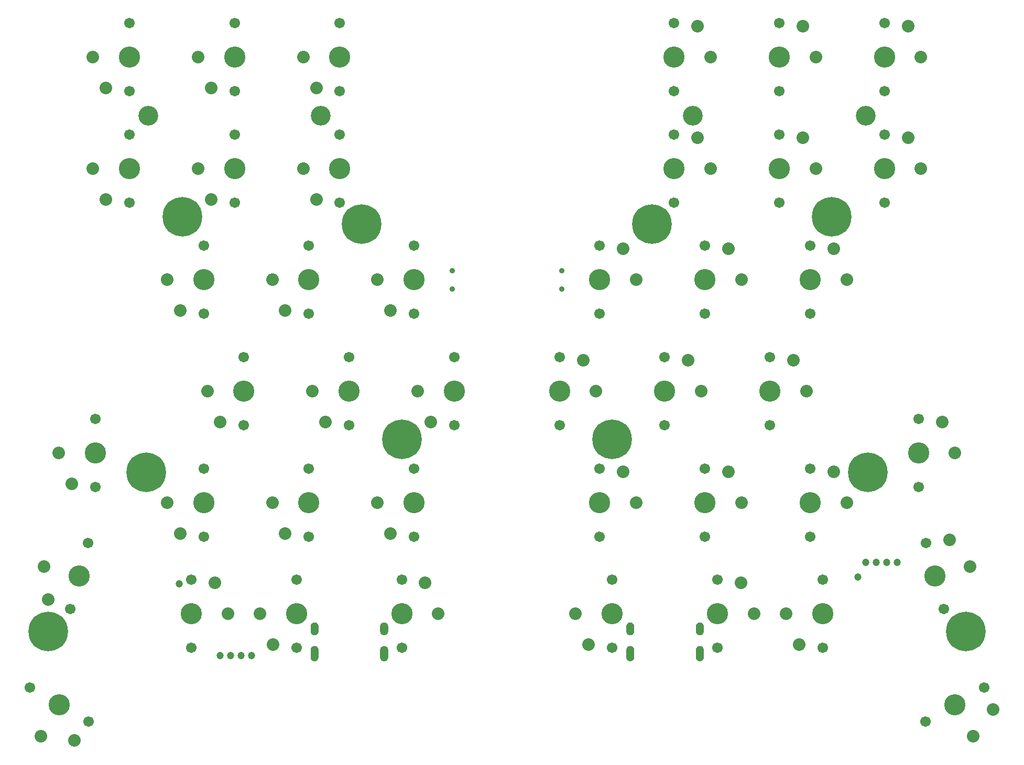
<source format=gbs>
G04 #@! TF.GenerationSoftware,KiCad,Pcbnew,(6.0.4-0)*
G04 #@! TF.CreationDate,2023-01-29T19:06:18-06:00*
G04 #@! TF.ProjectId,main,6d61696e-2e6b-4696-9361-645f70636258,0.2*
G04 #@! TF.SameCoordinates,Original*
G04 #@! TF.FileFunction,Soldermask,Bot*
G04 #@! TF.FilePolarity,Negative*
%FSLAX46Y46*%
G04 Gerber Fmt 4.6, Leading zero omitted, Abs format (unit mm)*
G04 Created by KiCad (PCBNEW (6.0.4-0)) date 2023-01-29 19:06:18*
%MOMM*%
%LPD*%
G01*
G04 APERTURE LIST*
%ADD10C,0.010000*%
%ADD11C,1.200000*%
%ADD12C,0.900000*%
%ADD13C,3.200000*%
%ADD14C,6.400000*%
%ADD15C,0.800000*%
%ADD16C,1.701800*%
%ADD17C,3.429000*%
%ADD18C,2.032000*%
G04 APERTURE END LIST*
G36*
X200845500Y-144865500D02*
G01*
X200907500Y-144875500D01*
X200967500Y-144891500D01*
X201026500Y-144914500D01*
X201082500Y-144942500D01*
X201135500Y-144977500D01*
X201183500Y-145016500D01*
X201228500Y-145061500D01*
X201267500Y-145109500D01*
X201302500Y-145162500D01*
X201330500Y-145218500D01*
X201353500Y-145277500D01*
X201369500Y-145337500D01*
X201379500Y-145399500D01*
X201382500Y-145462500D01*
X201382500Y-146662500D01*
X201379500Y-146725500D01*
X201369500Y-146787500D01*
X201353500Y-146847500D01*
X201330500Y-146906500D01*
X201302500Y-146962500D01*
X201267500Y-147015500D01*
X201228500Y-147063500D01*
X201183500Y-147108500D01*
X201135500Y-147147500D01*
X201082500Y-147182500D01*
X201026500Y-147210500D01*
X200967500Y-147233500D01*
X200907500Y-147249500D01*
X200845500Y-147259500D01*
X200782500Y-147262500D01*
X200719500Y-147259500D01*
X200657500Y-147249500D01*
X200597500Y-147233500D01*
X200538500Y-147210500D01*
X200482500Y-147182500D01*
X200429500Y-147147500D01*
X200381500Y-147108500D01*
X200336500Y-147063500D01*
X200297500Y-147015500D01*
X200262500Y-146962500D01*
X200234500Y-146906500D01*
X200211500Y-146847500D01*
X200195500Y-146787500D01*
X200185500Y-146725500D01*
X200182500Y-146662500D01*
X200182500Y-145462500D01*
X200185500Y-145399500D01*
X200195500Y-145337500D01*
X200211500Y-145277500D01*
X200234500Y-145218500D01*
X200262500Y-145162500D01*
X200297500Y-145109500D01*
X200336500Y-145061500D01*
X200381500Y-145016500D01*
X200429500Y-144977500D01*
X200482500Y-144942500D01*
X200538500Y-144914500D01*
X200597500Y-144891500D01*
X200657500Y-144875500D01*
X200719500Y-144865500D01*
X200782500Y-144862500D01*
X200845500Y-144865500D01*
G37*
D10*
X200845500Y-144865500D02*
X200907500Y-144875500D01*
X200967500Y-144891500D01*
X201026500Y-144914500D01*
X201082500Y-144942500D01*
X201135500Y-144977500D01*
X201183500Y-145016500D01*
X201228500Y-145061500D01*
X201267500Y-145109500D01*
X201302500Y-145162500D01*
X201330500Y-145218500D01*
X201353500Y-145277500D01*
X201369500Y-145337500D01*
X201379500Y-145399500D01*
X201382500Y-145462500D01*
X201382500Y-146662500D01*
X201379500Y-146725500D01*
X201369500Y-146787500D01*
X201353500Y-146847500D01*
X201330500Y-146906500D01*
X201302500Y-146962500D01*
X201267500Y-147015500D01*
X201228500Y-147063500D01*
X201183500Y-147108500D01*
X201135500Y-147147500D01*
X201082500Y-147182500D01*
X201026500Y-147210500D01*
X200967500Y-147233500D01*
X200907500Y-147249500D01*
X200845500Y-147259500D01*
X200782500Y-147262500D01*
X200719500Y-147259500D01*
X200657500Y-147249500D01*
X200597500Y-147233500D01*
X200538500Y-147210500D01*
X200482500Y-147182500D01*
X200429500Y-147147500D01*
X200381500Y-147108500D01*
X200336500Y-147063500D01*
X200297500Y-147015500D01*
X200262500Y-146962500D01*
X200234500Y-146906500D01*
X200211500Y-146847500D01*
X200195500Y-146787500D01*
X200185500Y-146725500D01*
X200182500Y-146662500D01*
X200182500Y-145462500D01*
X200185500Y-145399500D01*
X200195500Y-145337500D01*
X200211500Y-145277500D01*
X200234500Y-145218500D01*
X200262500Y-145162500D01*
X200297500Y-145109500D01*
X200336500Y-145061500D01*
X200381500Y-145016500D01*
X200429500Y-144977500D01*
X200482500Y-144942500D01*
X200538500Y-144914500D01*
X200597500Y-144891500D01*
X200657500Y-144875500D01*
X200719500Y-144865500D01*
X200782500Y-144862500D01*
X200845500Y-144865500D01*
G36*
X200845500Y-141065500D02*
G01*
X200907500Y-141075500D01*
X200967500Y-141091500D01*
X201026500Y-141114500D01*
X201082500Y-141142500D01*
X201135500Y-141177500D01*
X201183500Y-141216500D01*
X201228500Y-141261500D01*
X201267500Y-141309500D01*
X201302500Y-141362500D01*
X201330500Y-141418500D01*
X201353500Y-141477500D01*
X201369500Y-141537500D01*
X201379500Y-141599500D01*
X201382500Y-141662500D01*
X201382500Y-142462500D01*
X201379500Y-142525500D01*
X201369500Y-142587500D01*
X201353500Y-142647500D01*
X201330500Y-142706500D01*
X201302500Y-142762500D01*
X201267500Y-142815500D01*
X201228500Y-142863500D01*
X201183500Y-142908500D01*
X201135500Y-142947500D01*
X201082500Y-142982500D01*
X201026500Y-143010500D01*
X200967500Y-143033500D01*
X200907500Y-143049500D01*
X200845500Y-143059500D01*
X200782500Y-143062500D01*
X200719500Y-143059500D01*
X200657500Y-143049500D01*
X200597500Y-143033500D01*
X200538500Y-143010500D01*
X200482500Y-142982500D01*
X200429500Y-142947500D01*
X200381500Y-142908500D01*
X200336500Y-142863500D01*
X200297500Y-142815500D01*
X200262500Y-142762500D01*
X200234500Y-142706500D01*
X200211500Y-142647500D01*
X200195500Y-142587500D01*
X200185500Y-142525500D01*
X200182500Y-142462500D01*
X200182500Y-141662500D01*
X200185500Y-141599500D01*
X200195500Y-141537500D01*
X200211500Y-141477500D01*
X200234500Y-141418500D01*
X200262500Y-141362500D01*
X200297500Y-141309500D01*
X200336500Y-141261500D01*
X200381500Y-141216500D01*
X200429500Y-141177500D01*
X200482500Y-141142500D01*
X200538500Y-141114500D01*
X200597500Y-141091500D01*
X200657500Y-141075500D01*
X200719500Y-141065500D01*
X200782500Y-141062500D01*
X200845500Y-141065500D01*
G37*
X200845500Y-141065500D02*
X200907500Y-141075500D01*
X200967500Y-141091500D01*
X201026500Y-141114500D01*
X201082500Y-141142500D01*
X201135500Y-141177500D01*
X201183500Y-141216500D01*
X201228500Y-141261500D01*
X201267500Y-141309500D01*
X201302500Y-141362500D01*
X201330500Y-141418500D01*
X201353500Y-141477500D01*
X201369500Y-141537500D01*
X201379500Y-141599500D01*
X201382500Y-141662500D01*
X201382500Y-142462500D01*
X201379500Y-142525500D01*
X201369500Y-142587500D01*
X201353500Y-142647500D01*
X201330500Y-142706500D01*
X201302500Y-142762500D01*
X201267500Y-142815500D01*
X201228500Y-142863500D01*
X201183500Y-142908500D01*
X201135500Y-142947500D01*
X201082500Y-142982500D01*
X201026500Y-143010500D01*
X200967500Y-143033500D01*
X200907500Y-143049500D01*
X200845500Y-143059500D01*
X200782500Y-143062500D01*
X200719500Y-143059500D01*
X200657500Y-143049500D01*
X200597500Y-143033500D01*
X200538500Y-143010500D01*
X200482500Y-142982500D01*
X200429500Y-142947500D01*
X200381500Y-142908500D01*
X200336500Y-142863500D01*
X200297500Y-142815500D01*
X200262500Y-142762500D01*
X200234500Y-142706500D01*
X200211500Y-142647500D01*
X200195500Y-142587500D01*
X200185500Y-142525500D01*
X200182500Y-142462500D01*
X200182500Y-141662500D01*
X200185500Y-141599500D01*
X200195500Y-141537500D01*
X200211500Y-141477500D01*
X200234500Y-141418500D01*
X200262500Y-141362500D01*
X200297500Y-141309500D01*
X200336500Y-141261500D01*
X200381500Y-141216500D01*
X200429500Y-141177500D01*
X200482500Y-141142500D01*
X200538500Y-141114500D01*
X200597500Y-141091500D01*
X200657500Y-141075500D01*
X200719500Y-141065500D01*
X200782500Y-141062500D01*
X200845500Y-141065500D01*
G36*
X189605500Y-141065500D02*
G01*
X189667500Y-141075500D01*
X189727500Y-141091500D01*
X189786500Y-141114500D01*
X189842500Y-141142500D01*
X189895500Y-141177500D01*
X189943500Y-141216500D01*
X189988500Y-141261500D01*
X190027500Y-141309500D01*
X190062500Y-141362500D01*
X190090500Y-141418500D01*
X190113500Y-141477500D01*
X190129500Y-141537500D01*
X190139500Y-141599500D01*
X190142500Y-141662500D01*
X190142500Y-142462500D01*
X190139500Y-142525500D01*
X190129500Y-142587500D01*
X190113500Y-142647500D01*
X190090500Y-142706500D01*
X190062500Y-142762500D01*
X190027500Y-142815500D01*
X189988500Y-142863500D01*
X189943500Y-142908500D01*
X189895500Y-142947500D01*
X189842500Y-142982500D01*
X189786500Y-143010500D01*
X189727500Y-143033500D01*
X189667500Y-143049500D01*
X189605500Y-143059500D01*
X189542500Y-143062500D01*
X189479500Y-143059500D01*
X189417500Y-143049500D01*
X189357500Y-143033500D01*
X189298500Y-143010500D01*
X189242500Y-142982500D01*
X189189500Y-142947500D01*
X189141500Y-142908500D01*
X189096500Y-142863500D01*
X189057500Y-142815500D01*
X189022500Y-142762500D01*
X188994500Y-142706500D01*
X188971500Y-142647500D01*
X188955500Y-142587500D01*
X188945500Y-142525500D01*
X188942500Y-142462500D01*
X188942500Y-141662500D01*
X188945500Y-141599500D01*
X188955500Y-141537500D01*
X188971500Y-141477500D01*
X188994500Y-141418500D01*
X189022500Y-141362500D01*
X189057500Y-141309500D01*
X189096500Y-141261500D01*
X189141500Y-141216500D01*
X189189500Y-141177500D01*
X189242500Y-141142500D01*
X189298500Y-141114500D01*
X189357500Y-141091500D01*
X189417500Y-141075500D01*
X189479500Y-141065500D01*
X189542500Y-141062500D01*
X189605500Y-141065500D01*
G37*
X189605500Y-141065500D02*
X189667500Y-141075500D01*
X189727500Y-141091500D01*
X189786500Y-141114500D01*
X189842500Y-141142500D01*
X189895500Y-141177500D01*
X189943500Y-141216500D01*
X189988500Y-141261500D01*
X190027500Y-141309500D01*
X190062500Y-141362500D01*
X190090500Y-141418500D01*
X190113500Y-141477500D01*
X190129500Y-141537500D01*
X190139500Y-141599500D01*
X190142500Y-141662500D01*
X190142500Y-142462500D01*
X190139500Y-142525500D01*
X190129500Y-142587500D01*
X190113500Y-142647500D01*
X190090500Y-142706500D01*
X190062500Y-142762500D01*
X190027500Y-142815500D01*
X189988500Y-142863500D01*
X189943500Y-142908500D01*
X189895500Y-142947500D01*
X189842500Y-142982500D01*
X189786500Y-143010500D01*
X189727500Y-143033500D01*
X189667500Y-143049500D01*
X189605500Y-143059500D01*
X189542500Y-143062500D01*
X189479500Y-143059500D01*
X189417500Y-143049500D01*
X189357500Y-143033500D01*
X189298500Y-143010500D01*
X189242500Y-142982500D01*
X189189500Y-142947500D01*
X189141500Y-142908500D01*
X189096500Y-142863500D01*
X189057500Y-142815500D01*
X189022500Y-142762500D01*
X188994500Y-142706500D01*
X188971500Y-142647500D01*
X188955500Y-142587500D01*
X188945500Y-142525500D01*
X188942500Y-142462500D01*
X188942500Y-141662500D01*
X188945500Y-141599500D01*
X188955500Y-141537500D01*
X188971500Y-141477500D01*
X188994500Y-141418500D01*
X189022500Y-141362500D01*
X189057500Y-141309500D01*
X189096500Y-141261500D01*
X189141500Y-141216500D01*
X189189500Y-141177500D01*
X189242500Y-141142500D01*
X189298500Y-141114500D01*
X189357500Y-141091500D01*
X189417500Y-141075500D01*
X189479500Y-141065500D01*
X189542500Y-141062500D01*
X189605500Y-141065500D01*
G36*
X189605500Y-144865500D02*
G01*
X189667500Y-144875500D01*
X189727500Y-144891500D01*
X189786500Y-144914500D01*
X189842500Y-144942500D01*
X189895500Y-144977500D01*
X189943500Y-145016500D01*
X189988500Y-145061500D01*
X190027500Y-145109500D01*
X190062500Y-145162500D01*
X190090500Y-145218500D01*
X190113500Y-145277500D01*
X190129500Y-145337500D01*
X190139500Y-145399500D01*
X190142500Y-145462500D01*
X190142500Y-146662500D01*
X190139500Y-146725500D01*
X190129500Y-146787500D01*
X190113500Y-146847500D01*
X190090500Y-146906500D01*
X190062500Y-146962500D01*
X190027500Y-147015500D01*
X189988500Y-147063500D01*
X189943500Y-147108500D01*
X189895500Y-147147500D01*
X189842500Y-147182500D01*
X189786500Y-147210500D01*
X189727500Y-147233500D01*
X189667500Y-147249500D01*
X189605500Y-147259500D01*
X189542500Y-147262500D01*
X189479500Y-147259500D01*
X189417500Y-147249500D01*
X189357500Y-147233500D01*
X189298500Y-147210500D01*
X189242500Y-147182500D01*
X189189500Y-147147500D01*
X189141500Y-147108500D01*
X189096500Y-147063500D01*
X189057500Y-147015500D01*
X189022500Y-146962500D01*
X188994500Y-146906500D01*
X188971500Y-146847500D01*
X188955500Y-146787500D01*
X188945500Y-146725500D01*
X188942500Y-146662500D01*
X188942500Y-145462500D01*
X188945500Y-145399500D01*
X188955500Y-145337500D01*
X188971500Y-145277500D01*
X188994500Y-145218500D01*
X189022500Y-145162500D01*
X189057500Y-145109500D01*
X189096500Y-145061500D01*
X189141500Y-145016500D01*
X189189500Y-144977500D01*
X189242500Y-144942500D01*
X189298500Y-144914500D01*
X189357500Y-144891500D01*
X189417500Y-144875500D01*
X189479500Y-144865500D01*
X189542500Y-144862500D01*
X189605500Y-144865500D01*
G37*
X189605500Y-144865500D02*
X189667500Y-144875500D01*
X189727500Y-144891500D01*
X189786500Y-144914500D01*
X189842500Y-144942500D01*
X189895500Y-144977500D01*
X189943500Y-145016500D01*
X189988500Y-145061500D01*
X190027500Y-145109500D01*
X190062500Y-145162500D01*
X190090500Y-145218500D01*
X190113500Y-145277500D01*
X190129500Y-145337500D01*
X190139500Y-145399500D01*
X190142500Y-145462500D01*
X190142500Y-146662500D01*
X190139500Y-146725500D01*
X190129500Y-146787500D01*
X190113500Y-146847500D01*
X190090500Y-146906500D01*
X190062500Y-146962500D01*
X190027500Y-147015500D01*
X189988500Y-147063500D01*
X189943500Y-147108500D01*
X189895500Y-147147500D01*
X189842500Y-147182500D01*
X189786500Y-147210500D01*
X189727500Y-147233500D01*
X189667500Y-147249500D01*
X189605500Y-147259500D01*
X189542500Y-147262500D01*
X189479500Y-147259500D01*
X189417500Y-147249500D01*
X189357500Y-147233500D01*
X189298500Y-147210500D01*
X189242500Y-147182500D01*
X189189500Y-147147500D01*
X189141500Y-147108500D01*
X189096500Y-147063500D01*
X189057500Y-147015500D01*
X189022500Y-146962500D01*
X188994500Y-146906500D01*
X188971500Y-146847500D01*
X188955500Y-146787500D01*
X188945500Y-146725500D01*
X188942500Y-146662500D01*
X188942500Y-145462500D01*
X188945500Y-145399500D01*
X188955500Y-145337500D01*
X188971500Y-145277500D01*
X188994500Y-145218500D01*
X189022500Y-145162500D01*
X189057500Y-145109500D01*
X189096500Y-145061500D01*
X189141500Y-145016500D01*
X189189500Y-144977500D01*
X189242500Y-144942500D01*
X189298500Y-144914500D01*
X189357500Y-144891500D01*
X189417500Y-144875500D01*
X189479500Y-144865500D01*
X189542500Y-144862500D01*
X189605500Y-144865500D01*
G36*
X149845500Y-141065500D02*
G01*
X149907500Y-141075500D01*
X149967500Y-141091500D01*
X150026500Y-141114500D01*
X150082500Y-141142500D01*
X150135500Y-141177500D01*
X150183500Y-141216500D01*
X150228500Y-141261500D01*
X150267500Y-141309500D01*
X150302500Y-141362500D01*
X150330500Y-141418500D01*
X150353500Y-141477500D01*
X150369500Y-141537500D01*
X150379500Y-141599500D01*
X150382500Y-141662500D01*
X150382500Y-142462500D01*
X150379500Y-142525500D01*
X150369500Y-142587500D01*
X150353500Y-142647500D01*
X150330500Y-142706500D01*
X150302500Y-142762500D01*
X150267500Y-142815500D01*
X150228500Y-142863500D01*
X150183500Y-142908500D01*
X150135500Y-142947500D01*
X150082500Y-142982500D01*
X150026500Y-143010500D01*
X149967500Y-143033500D01*
X149907500Y-143049500D01*
X149845500Y-143059500D01*
X149782500Y-143062500D01*
X149719500Y-143059500D01*
X149657500Y-143049500D01*
X149597500Y-143033500D01*
X149538500Y-143010500D01*
X149482500Y-142982500D01*
X149429500Y-142947500D01*
X149381500Y-142908500D01*
X149336500Y-142863500D01*
X149297500Y-142815500D01*
X149262500Y-142762500D01*
X149234500Y-142706500D01*
X149211500Y-142647500D01*
X149195500Y-142587500D01*
X149185500Y-142525500D01*
X149182500Y-142462500D01*
X149182500Y-141662500D01*
X149185500Y-141599500D01*
X149195500Y-141537500D01*
X149211500Y-141477500D01*
X149234500Y-141418500D01*
X149262500Y-141362500D01*
X149297500Y-141309500D01*
X149336500Y-141261500D01*
X149381500Y-141216500D01*
X149429500Y-141177500D01*
X149482500Y-141142500D01*
X149538500Y-141114500D01*
X149597500Y-141091500D01*
X149657500Y-141075500D01*
X149719500Y-141065500D01*
X149782500Y-141062500D01*
X149845500Y-141065500D01*
G37*
X149845500Y-141065500D02*
X149907500Y-141075500D01*
X149967500Y-141091500D01*
X150026500Y-141114500D01*
X150082500Y-141142500D01*
X150135500Y-141177500D01*
X150183500Y-141216500D01*
X150228500Y-141261500D01*
X150267500Y-141309500D01*
X150302500Y-141362500D01*
X150330500Y-141418500D01*
X150353500Y-141477500D01*
X150369500Y-141537500D01*
X150379500Y-141599500D01*
X150382500Y-141662500D01*
X150382500Y-142462500D01*
X150379500Y-142525500D01*
X150369500Y-142587500D01*
X150353500Y-142647500D01*
X150330500Y-142706500D01*
X150302500Y-142762500D01*
X150267500Y-142815500D01*
X150228500Y-142863500D01*
X150183500Y-142908500D01*
X150135500Y-142947500D01*
X150082500Y-142982500D01*
X150026500Y-143010500D01*
X149967500Y-143033500D01*
X149907500Y-143049500D01*
X149845500Y-143059500D01*
X149782500Y-143062500D01*
X149719500Y-143059500D01*
X149657500Y-143049500D01*
X149597500Y-143033500D01*
X149538500Y-143010500D01*
X149482500Y-142982500D01*
X149429500Y-142947500D01*
X149381500Y-142908500D01*
X149336500Y-142863500D01*
X149297500Y-142815500D01*
X149262500Y-142762500D01*
X149234500Y-142706500D01*
X149211500Y-142647500D01*
X149195500Y-142587500D01*
X149185500Y-142525500D01*
X149182500Y-142462500D01*
X149182500Y-141662500D01*
X149185500Y-141599500D01*
X149195500Y-141537500D01*
X149211500Y-141477500D01*
X149234500Y-141418500D01*
X149262500Y-141362500D01*
X149297500Y-141309500D01*
X149336500Y-141261500D01*
X149381500Y-141216500D01*
X149429500Y-141177500D01*
X149482500Y-141142500D01*
X149538500Y-141114500D01*
X149597500Y-141091500D01*
X149657500Y-141075500D01*
X149719500Y-141065500D01*
X149782500Y-141062500D01*
X149845500Y-141065500D01*
G36*
X138605500Y-144865500D02*
G01*
X138667500Y-144875500D01*
X138727500Y-144891500D01*
X138786500Y-144914500D01*
X138842500Y-144942500D01*
X138895500Y-144977500D01*
X138943500Y-145016500D01*
X138988500Y-145061500D01*
X139027500Y-145109500D01*
X139062500Y-145162500D01*
X139090500Y-145218500D01*
X139113500Y-145277500D01*
X139129500Y-145337500D01*
X139139500Y-145399500D01*
X139142500Y-145462500D01*
X139142500Y-146662500D01*
X139139500Y-146725500D01*
X139129500Y-146787500D01*
X139113500Y-146847500D01*
X139090500Y-146906500D01*
X139062500Y-146962500D01*
X139027500Y-147015500D01*
X138988500Y-147063500D01*
X138943500Y-147108500D01*
X138895500Y-147147500D01*
X138842500Y-147182500D01*
X138786500Y-147210500D01*
X138727500Y-147233500D01*
X138667500Y-147249500D01*
X138605500Y-147259500D01*
X138542500Y-147262500D01*
X138479500Y-147259500D01*
X138417500Y-147249500D01*
X138357500Y-147233500D01*
X138298500Y-147210500D01*
X138242500Y-147182500D01*
X138189500Y-147147500D01*
X138141500Y-147108500D01*
X138096500Y-147063500D01*
X138057500Y-147015500D01*
X138022500Y-146962500D01*
X137994500Y-146906500D01*
X137971500Y-146847500D01*
X137955500Y-146787500D01*
X137945500Y-146725500D01*
X137942500Y-146662500D01*
X137942500Y-145462500D01*
X137945500Y-145399500D01*
X137955500Y-145337500D01*
X137971500Y-145277500D01*
X137994500Y-145218500D01*
X138022500Y-145162500D01*
X138057500Y-145109500D01*
X138096500Y-145061500D01*
X138141500Y-145016500D01*
X138189500Y-144977500D01*
X138242500Y-144942500D01*
X138298500Y-144914500D01*
X138357500Y-144891500D01*
X138417500Y-144875500D01*
X138479500Y-144865500D01*
X138542500Y-144862500D01*
X138605500Y-144865500D01*
G37*
X138605500Y-144865500D02*
X138667500Y-144875500D01*
X138727500Y-144891500D01*
X138786500Y-144914500D01*
X138842500Y-144942500D01*
X138895500Y-144977500D01*
X138943500Y-145016500D01*
X138988500Y-145061500D01*
X139027500Y-145109500D01*
X139062500Y-145162500D01*
X139090500Y-145218500D01*
X139113500Y-145277500D01*
X139129500Y-145337500D01*
X139139500Y-145399500D01*
X139142500Y-145462500D01*
X139142500Y-146662500D01*
X139139500Y-146725500D01*
X139129500Y-146787500D01*
X139113500Y-146847500D01*
X139090500Y-146906500D01*
X139062500Y-146962500D01*
X139027500Y-147015500D01*
X138988500Y-147063500D01*
X138943500Y-147108500D01*
X138895500Y-147147500D01*
X138842500Y-147182500D01*
X138786500Y-147210500D01*
X138727500Y-147233500D01*
X138667500Y-147249500D01*
X138605500Y-147259500D01*
X138542500Y-147262500D01*
X138479500Y-147259500D01*
X138417500Y-147249500D01*
X138357500Y-147233500D01*
X138298500Y-147210500D01*
X138242500Y-147182500D01*
X138189500Y-147147500D01*
X138141500Y-147108500D01*
X138096500Y-147063500D01*
X138057500Y-147015500D01*
X138022500Y-146962500D01*
X137994500Y-146906500D01*
X137971500Y-146847500D01*
X137955500Y-146787500D01*
X137945500Y-146725500D01*
X137942500Y-146662500D01*
X137942500Y-145462500D01*
X137945500Y-145399500D01*
X137955500Y-145337500D01*
X137971500Y-145277500D01*
X137994500Y-145218500D01*
X138022500Y-145162500D01*
X138057500Y-145109500D01*
X138096500Y-145061500D01*
X138141500Y-145016500D01*
X138189500Y-144977500D01*
X138242500Y-144942500D01*
X138298500Y-144914500D01*
X138357500Y-144891500D01*
X138417500Y-144875500D01*
X138479500Y-144865500D01*
X138542500Y-144862500D01*
X138605500Y-144865500D01*
G36*
X138605500Y-141065500D02*
G01*
X138667500Y-141075500D01*
X138727500Y-141091500D01*
X138786500Y-141114500D01*
X138842500Y-141142500D01*
X138895500Y-141177500D01*
X138943500Y-141216500D01*
X138988500Y-141261500D01*
X139027500Y-141309500D01*
X139062500Y-141362500D01*
X139090500Y-141418500D01*
X139113500Y-141477500D01*
X139129500Y-141537500D01*
X139139500Y-141599500D01*
X139142500Y-141662500D01*
X139142500Y-142462500D01*
X139139500Y-142525500D01*
X139129500Y-142587500D01*
X139113500Y-142647500D01*
X139090500Y-142706500D01*
X139062500Y-142762500D01*
X139027500Y-142815500D01*
X138988500Y-142863500D01*
X138943500Y-142908500D01*
X138895500Y-142947500D01*
X138842500Y-142982500D01*
X138786500Y-143010500D01*
X138727500Y-143033500D01*
X138667500Y-143049500D01*
X138605500Y-143059500D01*
X138542500Y-143062500D01*
X138479500Y-143059500D01*
X138417500Y-143049500D01*
X138357500Y-143033500D01*
X138298500Y-143010500D01*
X138242500Y-142982500D01*
X138189500Y-142947500D01*
X138141500Y-142908500D01*
X138096500Y-142863500D01*
X138057500Y-142815500D01*
X138022500Y-142762500D01*
X137994500Y-142706500D01*
X137971500Y-142647500D01*
X137955500Y-142587500D01*
X137945500Y-142525500D01*
X137942500Y-142462500D01*
X137942500Y-141662500D01*
X137945500Y-141599500D01*
X137955500Y-141537500D01*
X137971500Y-141477500D01*
X137994500Y-141418500D01*
X138022500Y-141362500D01*
X138057500Y-141309500D01*
X138096500Y-141261500D01*
X138141500Y-141216500D01*
X138189500Y-141177500D01*
X138242500Y-141142500D01*
X138298500Y-141114500D01*
X138357500Y-141091500D01*
X138417500Y-141075500D01*
X138479500Y-141065500D01*
X138542500Y-141062500D01*
X138605500Y-141065500D01*
G37*
X138605500Y-141065500D02*
X138667500Y-141075500D01*
X138727500Y-141091500D01*
X138786500Y-141114500D01*
X138842500Y-141142500D01*
X138895500Y-141177500D01*
X138943500Y-141216500D01*
X138988500Y-141261500D01*
X139027500Y-141309500D01*
X139062500Y-141362500D01*
X139090500Y-141418500D01*
X139113500Y-141477500D01*
X139129500Y-141537500D01*
X139139500Y-141599500D01*
X139142500Y-141662500D01*
X139142500Y-142462500D01*
X139139500Y-142525500D01*
X139129500Y-142587500D01*
X139113500Y-142647500D01*
X139090500Y-142706500D01*
X139062500Y-142762500D01*
X139027500Y-142815500D01*
X138988500Y-142863500D01*
X138943500Y-142908500D01*
X138895500Y-142947500D01*
X138842500Y-142982500D01*
X138786500Y-143010500D01*
X138727500Y-143033500D01*
X138667500Y-143049500D01*
X138605500Y-143059500D01*
X138542500Y-143062500D01*
X138479500Y-143059500D01*
X138417500Y-143049500D01*
X138357500Y-143033500D01*
X138298500Y-143010500D01*
X138242500Y-142982500D01*
X138189500Y-142947500D01*
X138141500Y-142908500D01*
X138096500Y-142863500D01*
X138057500Y-142815500D01*
X138022500Y-142762500D01*
X137994500Y-142706500D01*
X137971500Y-142647500D01*
X137955500Y-142587500D01*
X137945500Y-142525500D01*
X137942500Y-142462500D01*
X137942500Y-141662500D01*
X137945500Y-141599500D01*
X137955500Y-141537500D01*
X137971500Y-141477500D01*
X137994500Y-141418500D01*
X138022500Y-141362500D01*
X138057500Y-141309500D01*
X138096500Y-141261500D01*
X138141500Y-141216500D01*
X138189500Y-141177500D01*
X138242500Y-141142500D01*
X138298500Y-141114500D01*
X138357500Y-141091500D01*
X138417500Y-141075500D01*
X138479500Y-141065500D01*
X138542500Y-141062500D01*
X138605500Y-141065500D01*
G36*
X149845500Y-144865500D02*
G01*
X149907500Y-144875500D01*
X149967500Y-144891500D01*
X150026500Y-144914500D01*
X150082500Y-144942500D01*
X150135500Y-144977500D01*
X150183500Y-145016500D01*
X150228500Y-145061500D01*
X150267500Y-145109500D01*
X150302500Y-145162500D01*
X150330500Y-145218500D01*
X150353500Y-145277500D01*
X150369500Y-145337500D01*
X150379500Y-145399500D01*
X150382500Y-145462500D01*
X150382500Y-146662500D01*
X150379500Y-146725500D01*
X150369500Y-146787500D01*
X150353500Y-146847500D01*
X150330500Y-146906500D01*
X150302500Y-146962500D01*
X150267500Y-147015500D01*
X150228500Y-147063500D01*
X150183500Y-147108500D01*
X150135500Y-147147500D01*
X150082500Y-147182500D01*
X150026500Y-147210500D01*
X149967500Y-147233500D01*
X149907500Y-147249500D01*
X149845500Y-147259500D01*
X149782500Y-147262500D01*
X149719500Y-147259500D01*
X149657500Y-147249500D01*
X149597500Y-147233500D01*
X149538500Y-147210500D01*
X149482500Y-147182500D01*
X149429500Y-147147500D01*
X149381500Y-147108500D01*
X149336500Y-147063500D01*
X149297500Y-147015500D01*
X149262500Y-146962500D01*
X149234500Y-146906500D01*
X149211500Y-146847500D01*
X149195500Y-146787500D01*
X149185500Y-146725500D01*
X149182500Y-146662500D01*
X149182500Y-145462500D01*
X149185500Y-145399500D01*
X149195500Y-145337500D01*
X149211500Y-145277500D01*
X149234500Y-145218500D01*
X149262500Y-145162500D01*
X149297500Y-145109500D01*
X149336500Y-145061500D01*
X149381500Y-145016500D01*
X149429500Y-144977500D01*
X149482500Y-144942500D01*
X149538500Y-144914500D01*
X149597500Y-144891500D01*
X149657500Y-144875500D01*
X149719500Y-144865500D01*
X149782500Y-144862500D01*
X149845500Y-144865500D01*
G37*
X149845500Y-144865500D02*
X149907500Y-144875500D01*
X149967500Y-144891500D01*
X150026500Y-144914500D01*
X150082500Y-144942500D01*
X150135500Y-144977500D01*
X150183500Y-145016500D01*
X150228500Y-145061500D01*
X150267500Y-145109500D01*
X150302500Y-145162500D01*
X150330500Y-145218500D01*
X150353500Y-145277500D01*
X150369500Y-145337500D01*
X150379500Y-145399500D01*
X150382500Y-145462500D01*
X150382500Y-146662500D01*
X150379500Y-146725500D01*
X150369500Y-146787500D01*
X150353500Y-146847500D01*
X150330500Y-146906500D01*
X150302500Y-146962500D01*
X150267500Y-147015500D01*
X150228500Y-147063500D01*
X150183500Y-147108500D01*
X150135500Y-147147500D01*
X150082500Y-147182500D01*
X150026500Y-147210500D01*
X149967500Y-147233500D01*
X149907500Y-147249500D01*
X149845500Y-147259500D01*
X149782500Y-147262500D01*
X149719500Y-147259500D01*
X149657500Y-147249500D01*
X149597500Y-147233500D01*
X149538500Y-147210500D01*
X149482500Y-147182500D01*
X149429500Y-147147500D01*
X149381500Y-147108500D01*
X149336500Y-147063500D01*
X149297500Y-147015500D01*
X149262500Y-146962500D01*
X149234500Y-146906500D01*
X149211500Y-146847500D01*
X149195500Y-146787500D01*
X149185500Y-146725500D01*
X149182500Y-146662500D01*
X149182500Y-145462500D01*
X149185500Y-145399500D01*
X149195500Y-145337500D01*
X149211500Y-145277500D01*
X149234500Y-145218500D01*
X149262500Y-145162500D01*
X149297500Y-145109500D01*
X149336500Y-145061500D01*
X149381500Y-145016500D01*
X149429500Y-144977500D01*
X149482500Y-144942500D01*
X149538500Y-144914500D01*
X149597500Y-144891500D01*
X149657500Y-144875500D01*
X149719500Y-144865500D01*
X149782500Y-144862500D01*
X149845500Y-144865500D01*
D11*
X226400000Y-133700000D03*
X116700000Y-134850000D03*
X232712500Y-131387500D03*
X227612500Y-131387500D03*
D12*
X178514500Y-84162500D03*
X178514500Y-87162500D03*
D13*
X139612500Y-59162500D03*
D11*
X123345187Y-146407266D03*
D12*
X160812500Y-84162500D03*
X160812500Y-87162500D03*
D13*
X111712500Y-59162500D03*
D14*
X111362500Y-116762500D03*
D15*
X113059556Y-115065444D03*
X111362500Y-119162500D03*
X109665444Y-118459556D03*
X109665444Y-115065444D03*
X113762500Y-116762500D03*
X111362500Y-114362500D03*
X113059556Y-118459556D03*
X108962500Y-116762500D03*
D11*
X231012500Y-131387500D03*
D15*
X150965444Y-109715444D03*
X150262500Y-111412500D03*
D14*
X152662500Y-111412500D03*
D15*
X150965444Y-113109556D03*
X152662500Y-113812500D03*
X155062500Y-111412500D03*
X154359556Y-109715444D03*
X154359556Y-113109556D03*
X152662500Y-109012500D03*
X144515444Y-74965444D03*
X147909556Y-78359556D03*
X146212500Y-74262500D03*
X143812500Y-76662500D03*
X144515444Y-78359556D03*
D14*
X146212500Y-76662500D03*
D15*
X147909556Y-74965444D03*
X148612500Y-76662500D03*
X146212500Y-79062500D03*
D11*
X125045187Y-146407266D03*
X229312500Y-131387500D03*
X126745187Y-146407266D03*
D15*
X97912500Y-142562500D03*
X95512500Y-140162500D03*
X95512500Y-144962500D03*
X93815444Y-144259556D03*
X97209556Y-144259556D03*
D14*
X95512500Y-142562500D03*
D15*
X93112500Y-142562500D03*
X93815444Y-140865444D03*
X97209556Y-140865444D03*
D11*
X128445187Y-146407266D03*
D15*
X119595187Y-75507266D03*
X117195187Y-73107266D03*
X117195187Y-77907266D03*
D14*
X117195187Y-75507266D03*
D15*
X115498131Y-73810210D03*
X118892243Y-77204322D03*
X115498131Y-77204322D03*
X118892243Y-73810210D03*
X114795187Y-75507266D03*
D16*
X161162500Y-109162500D03*
X161162500Y-98162500D03*
D17*
X161162500Y-103662500D03*
D16*
X201662500Y-116162500D03*
D17*
X201662500Y-121662500D03*
D16*
X201662500Y-127162500D03*
D18*
X205462500Y-116662500D03*
X207562500Y-121662500D03*
X207562500Y-121662500D03*
D13*
X199712500Y-59162500D03*
D16*
X154662500Y-116162500D03*
X154662500Y-127162500D03*
D17*
X154662500Y-121662500D03*
D16*
X101966005Y-128229908D03*
D17*
X100542500Y-133542500D03*
D16*
X99118995Y-138855092D03*
D18*
X95577887Y-137388617D03*
X94843538Y-132015468D03*
X94843538Y-132015468D03*
D16*
X230662500Y-73162500D03*
X230662500Y-62162500D03*
D17*
X230662500Y-67662500D03*
X184662500Y-121662500D03*
D16*
X184662500Y-116162500D03*
X184662500Y-127162500D03*
D18*
X188462500Y-116662500D03*
X190562500Y-121662500D03*
X190562500Y-121662500D03*
D16*
X196662500Y-55162500D03*
X196662500Y-44162500D03*
D17*
X196662500Y-49662500D03*
D16*
X195162500Y-109162500D03*
X195162500Y-98162500D03*
D17*
X195162500Y-103662500D03*
D18*
X198962500Y-98662500D03*
X201062500Y-103662500D03*
X201062500Y-103662500D03*
D17*
X142662500Y-67662500D03*
D16*
X142662500Y-73162500D03*
X142662500Y-62162500D03*
D18*
X138862500Y-72662500D03*
X136762500Y-67662500D03*
X136762500Y-67662500D03*
D17*
X184662500Y-121662500D03*
D16*
X184662500Y-127162500D03*
X184662500Y-116162500D03*
X108662500Y-62162500D03*
X108662500Y-73162500D03*
D17*
X108662500Y-67662500D03*
D16*
X220662500Y-134162500D03*
D17*
X220662500Y-139662500D03*
D16*
X220662500Y-145162500D03*
X236162500Y-119162500D03*
D17*
X236162500Y-113662500D03*
D16*
X236162500Y-108162500D03*
X218662500Y-127162500D03*
D17*
X218662500Y-121662500D03*
D16*
X218662500Y-116162500D03*
D18*
X222462500Y-116662500D03*
X224562500Y-121662500D03*
X224562500Y-121662500D03*
D15*
X189062500Y-111412500D03*
X186662500Y-109012500D03*
X184965444Y-109715444D03*
X186662500Y-113812500D03*
D14*
X186662500Y-111412500D03*
D15*
X188359556Y-109715444D03*
X184965444Y-113109556D03*
X184262500Y-111412500D03*
X188359556Y-113109556D03*
D16*
X203662500Y-145162500D03*
X203662500Y-134162500D03*
D17*
X203662500Y-139662500D03*
D18*
X207462500Y-134662500D03*
X209562500Y-139662500D03*
X209562500Y-139662500D03*
D17*
X230662500Y-67662500D03*
D16*
X230662500Y-62162500D03*
X230662500Y-73162500D03*
D18*
X234462500Y-62662500D03*
X236562500Y-67662500D03*
X236562500Y-67662500D03*
D16*
X201662500Y-80162500D03*
X201662500Y-91162500D03*
D17*
X201662500Y-85662500D03*
D18*
X205462500Y-80662500D03*
X207562500Y-85662500D03*
X207562500Y-85662500D03*
D17*
X152662500Y-139662500D03*
D16*
X152662500Y-134162500D03*
X152662500Y-145162500D03*
D17*
X108662500Y-67662500D03*
D16*
X108662500Y-62162500D03*
X108662500Y-73162500D03*
D18*
X104862500Y-72662500D03*
X102762500Y-67662500D03*
X102762500Y-67662500D03*
D16*
X92553589Y-151611284D03*
X102079869Y-157111284D03*
D17*
X97316729Y-154361284D03*
D16*
X154662500Y-127162500D03*
D17*
X154662500Y-121662500D03*
D16*
X154662500Y-116162500D03*
D18*
X150862500Y-126662500D03*
X148762500Y-121662500D03*
X148762500Y-121662500D03*
D16*
X142662500Y-62162500D03*
X142662500Y-73162500D03*
D17*
X142662500Y-67662500D03*
D16*
X237245131Y-157111284D03*
X246771411Y-151611284D03*
D17*
X242008271Y-154361284D03*
D16*
X201662500Y-91162500D03*
X201662500Y-80162500D03*
D17*
X201662500Y-85662500D03*
D16*
X203662500Y-134162500D03*
X203662500Y-145162500D03*
D17*
X203662500Y-139662500D03*
D16*
X161162500Y-98162500D03*
D17*
X161162500Y-103662500D03*
D16*
X161162500Y-109162500D03*
D18*
X157362500Y-108662500D03*
X155262500Y-103662500D03*
X155262500Y-103662500D03*
D16*
X230662500Y-44162500D03*
D17*
X230662500Y-49662500D03*
D16*
X230662500Y-55162500D03*
D18*
X234462500Y-44662500D03*
X236562500Y-49662500D03*
X236562500Y-49662500D03*
D17*
X236162500Y-113662500D03*
D16*
X236162500Y-119162500D03*
X236162500Y-108162500D03*
D18*
X239962500Y-108662500D03*
X242062500Y-113662500D03*
X242062500Y-113662500D03*
D16*
X135662500Y-134162500D03*
X135662500Y-145162500D03*
D17*
X135662500Y-139662500D03*
D18*
X131862500Y-144662500D03*
X129762500Y-139662500D03*
X129762500Y-139662500D03*
D17*
X125662500Y-49662500D03*
D16*
X125662500Y-44162500D03*
X125662500Y-55162500D03*
D18*
X121862500Y-54662500D03*
X119762500Y-49662500D03*
X119762500Y-49662500D03*
D16*
X103162500Y-119162500D03*
X103162500Y-108162500D03*
D17*
X103162500Y-113662500D03*
D16*
X118662500Y-145162500D03*
D17*
X118662500Y-139662500D03*
D16*
X118662500Y-134162500D03*
D18*
X122462500Y-134662500D03*
X124562500Y-139662500D03*
X124562500Y-139662500D03*
D16*
X125662500Y-73162500D03*
X125662500Y-62162500D03*
D17*
X125662500Y-67662500D03*
D18*
X121862500Y-72662500D03*
X119762500Y-67662500D03*
X119762500Y-67662500D03*
D17*
X212162500Y-103662500D03*
D16*
X212162500Y-109162500D03*
X212162500Y-98162500D03*
D17*
X213662500Y-49662500D03*
D16*
X213662500Y-55162500D03*
X213662500Y-44162500D03*
D18*
X217462500Y-44662500D03*
X219562500Y-49662500D03*
X219562500Y-49662500D03*
D17*
X100542500Y-133542500D03*
D16*
X101966005Y-128229908D03*
X99118995Y-138855092D03*
D15*
X230362500Y-116762500D03*
X229659556Y-115065444D03*
X227962500Y-119162500D03*
X229659556Y-118459556D03*
D14*
X227962500Y-116762500D03*
D15*
X226265444Y-118459556D03*
X225562500Y-116762500D03*
X227962500Y-114362500D03*
X226265444Y-115065444D03*
D16*
X108662500Y-55162500D03*
D17*
X108662500Y-49662500D03*
D16*
X108662500Y-44162500D03*
D18*
X104862500Y-54662500D03*
X102762500Y-49662500D03*
X102762500Y-49662500D03*
D16*
X230662500Y-44162500D03*
X230662500Y-55162500D03*
D17*
X230662500Y-49662500D03*
D16*
X178162500Y-98162500D03*
X178162500Y-109162500D03*
D17*
X178162500Y-103662500D03*
D16*
X120662500Y-116162500D03*
D17*
X120662500Y-121662500D03*
D16*
X120662500Y-127162500D03*
X137662500Y-80162500D03*
D17*
X137662500Y-85662500D03*
D16*
X137662500Y-91162500D03*
D18*
X133862500Y-90662500D03*
X131762500Y-85662500D03*
X131762500Y-85662500D03*
D17*
X118662500Y-139662500D03*
D16*
X118662500Y-145162500D03*
X118662500Y-134162500D03*
X142662500Y-55162500D03*
X142662500Y-44162500D03*
D17*
X142662500Y-49662500D03*
D18*
X138862500Y-54662500D03*
X136762500Y-49662500D03*
X136762500Y-49662500D03*
D13*
X227612500Y-59162500D03*
D16*
X152662500Y-134162500D03*
X152662500Y-145162500D03*
D17*
X152662500Y-139662500D03*
D18*
X156462500Y-134662500D03*
X158562500Y-139662500D03*
X158562500Y-139662500D03*
D17*
X144162500Y-103662500D03*
D16*
X144162500Y-109162500D03*
X144162500Y-98162500D03*
D18*
X140362500Y-108662500D03*
X138262500Y-103662500D03*
X138262500Y-103662500D03*
D16*
X137662500Y-116162500D03*
X137662500Y-127162500D03*
D17*
X137662500Y-121662500D03*
D16*
X212162500Y-98162500D03*
D17*
X212162500Y-103662500D03*
D16*
X212162500Y-109162500D03*
D18*
X215962500Y-98662500D03*
X218062500Y-103662500D03*
X218062500Y-103662500D03*
D17*
X218662500Y-121662500D03*
D16*
X218662500Y-116162500D03*
X218662500Y-127162500D03*
X195162500Y-109162500D03*
X195162500Y-98162500D03*
D17*
X195162500Y-103662500D03*
X220662500Y-139662500D03*
D16*
X220662500Y-145162500D03*
X220662500Y-134162500D03*
D18*
X216862500Y-144662500D03*
X214762500Y-139662500D03*
X214762500Y-139662500D03*
D16*
X135662500Y-145162500D03*
D17*
X135662500Y-139662500D03*
D16*
X135662500Y-134162500D03*
D17*
X154662500Y-85662500D03*
D16*
X154662500Y-91162500D03*
X154662500Y-80162500D03*
X142662500Y-44162500D03*
X142662500Y-55162500D03*
D17*
X142662500Y-49662500D03*
D16*
X184662500Y-91162500D03*
X184662500Y-80162500D03*
D17*
X184662500Y-85662500D03*
D18*
X188462500Y-80662500D03*
X190562500Y-85662500D03*
X190562500Y-85662500D03*
D16*
X102079869Y-157111284D03*
D17*
X97316729Y-154361284D03*
D16*
X92553589Y-151611284D03*
D18*
X99746856Y-160152181D03*
X94366729Y-159470834D03*
X94366729Y-159470834D03*
D14*
X193112500Y-76662500D03*
D15*
X193112500Y-74262500D03*
X190712500Y-76662500D03*
X193112500Y-79062500D03*
X194809556Y-74965444D03*
X191415444Y-74965444D03*
X191415444Y-78359556D03*
X194809556Y-78359556D03*
X195512500Y-76662500D03*
D16*
X240206005Y-138855092D03*
D17*
X238782500Y-133542500D03*
D16*
X237358995Y-128229908D03*
X144162500Y-109162500D03*
X144162500Y-98162500D03*
D17*
X144162500Y-103662500D03*
X137662500Y-85662500D03*
D16*
X137662500Y-80162500D03*
X137662500Y-91162500D03*
X213662500Y-62162500D03*
D17*
X213662500Y-67662500D03*
D16*
X213662500Y-73162500D03*
D18*
X217462500Y-62662500D03*
X219562500Y-67662500D03*
X219562500Y-67662500D03*
D17*
X154662500Y-85662500D03*
D16*
X154662500Y-80162500D03*
X154662500Y-91162500D03*
D18*
X150862500Y-90662500D03*
X148762500Y-85662500D03*
X148762500Y-85662500D03*
D16*
X196662500Y-44162500D03*
X196662500Y-55162500D03*
D17*
X196662500Y-49662500D03*
D18*
X200462500Y-44662500D03*
X202562500Y-49662500D03*
X202562500Y-49662500D03*
D16*
X196662500Y-73162500D03*
D17*
X196662500Y-67662500D03*
D16*
X196662500Y-62162500D03*
D17*
X186662500Y-139662500D03*
D16*
X186662500Y-145162500D03*
X186662500Y-134162500D03*
X127162500Y-109162500D03*
X127162500Y-98162500D03*
D17*
X127162500Y-103662500D03*
D18*
X123362500Y-108662500D03*
X121262500Y-103662500D03*
X121262500Y-103662500D03*
D16*
X213662500Y-73162500D03*
X213662500Y-62162500D03*
D17*
X213662500Y-67662500D03*
X103162500Y-113662500D03*
D16*
X103162500Y-108162500D03*
X103162500Y-119162500D03*
D18*
X99362500Y-118662500D03*
X97262500Y-113662500D03*
X97262500Y-113662500D03*
D16*
X120662500Y-91162500D03*
X120662500Y-80162500D03*
D17*
X120662500Y-85662500D03*
D18*
X116862500Y-90662500D03*
X114762500Y-85662500D03*
X114762500Y-85662500D03*
D17*
X218662500Y-85662500D03*
D16*
X218662500Y-91162500D03*
X218662500Y-80162500D03*
D18*
X222462500Y-80662500D03*
X224562500Y-85662500D03*
X224562500Y-85662500D03*
D17*
X120662500Y-121662500D03*
D16*
X120662500Y-127162500D03*
X120662500Y-116162500D03*
D18*
X116862500Y-126662500D03*
X114762500Y-121662500D03*
X114762500Y-121662500D03*
D16*
X120662500Y-80162500D03*
D17*
X120662500Y-85662500D03*
D16*
X120662500Y-91162500D03*
D17*
X186662500Y-139662500D03*
D16*
X186662500Y-134162500D03*
X186662500Y-145162500D03*
D18*
X182862500Y-144662500D03*
X180762500Y-139662500D03*
X180762500Y-139662500D03*
D17*
X201662500Y-121662500D03*
D16*
X201662500Y-127162500D03*
X201662500Y-116162500D03*
X108662500Y-55162500D03*
D17*
X108662500Y-49662500D03*
D16*
X108662500Y-44162500D03*
X125662500Y-55162500D03*
D17*
X125662500Y-49662500D03*
D16*
X125662500Y-44162500D03*
D15*
X223826869Y-77204322D03*
X222129813Y-73107266D03*
X220432757Y-77204322D03*
X222129813Y-77907266D03*
X224529813Y-75507266D03*
D14*
X222129813Y-75507266D03*
D15*
X219729813Y-75507266D03*
X220432757Y-73810210D03*
X223826869Y-73810210D03*
X242115444Y-144259556D03*
X245509556Y-144259556D03*
X241412500Y-142562500D03*
X243812500Y-140162500D03*
X246212500Y-142562500D03*
X242115444Y-140865444D03*
D14*
X243812500Y-142562500D03*
D15*
X245509556Y-140865444D03*
X243812500Y-144962500D03*
D17*
X218662500Y-85662500D03*
D16*
X218662500Y-80162500D03*
X218662500Y-91162500D03*
D17*
X127162500Y-103662500D03*
D16*
X127162500Y-98162500D03*
X127162500Y-109162500D03*
D17*
X238782500Y-133542500D03*
D16*
X237358995Y-128229908D03*
X240206005Y-138855092D03*
D18*
X241158923Y-127729358D03*
X244481462Y-132015468D03*
X244481462Y-132015468D03*
D16*
X178162500Y-109162500D03*
X178162500Y-98162500D03*
D17*
X178162500Y-103662500D03*
D18*
X181962500Y-98662500D03*
X184062500Y-103662500D03*
X184062500Y-103662500D03*
D17*
X213662500Y-49662500D03*
D16*
X213662500Y-44162500D03*
X213662500Y-55162500D03*
X125662500Y-62162500D03*
D17*
X125662500Y-67662500D03*
D16*
X125662500Y-73162500D03*
X196662500Y-73162500D03*
X196662500Y-62162500D03*
D17*
X196662500Y-67662500D03*
D18*
X200462500Y-62662500D03*
X202562500Y-67662500D03*
X202562500Y-67662500D03*
D17*
X242008271Y-154361284D03*
D16*
X246771411Y-151611284D03*
X237245131Y-157111284D03*
D18*
X248238398Y-155152181D03*
X244958271Y-159470834D03*
X244958271Y-159470834D03*
D17*
X184662500Y-85662500D03*
D16*
X184662500Y-91162500D03*
X184662500Y-80162500D03*
D17*
X137662500Y-121662500D03*
D16*
X137662500Y-127162500D03*
X137662500Y-116162500D03*
D18*
X133862500Y-126662500D03*
X131762500Y-121662500D03*
X131762500Y-121662500D03*
M02*

</source>
